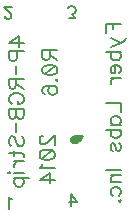
<source format=gbo>
G04 DipTrace 2.4.0.2*
%IN4P-RGB-Strip.gbo*%
%MOMM*%
%ADD10C,0.25*%
%ADD20O,0.863X0.723*%
%ADD30C,0.196*%
%ADD31C,0.157*%
%FSLAX53Y53*%
G04*
G71*
G90*
G75*
G01*
%LNBotSilk*%
%LPD*%
G36*
X18742Y17831D2*
X18109Y17214D1*
X17762Y17698D1*
X17919Y17824D1*
X18742Y17831D1*
G37*
D20*
X18047Y17549D3*
X18626Y17834D2*
D10*
G02X18123Y17317I-586J68D01*
G01*
X18603Y17848D2*
G03X17982Y17787I-219J-970D01*
G01*
X13706Y25734D2*
D30*
X12431D1*
X13280Y26342D1*
Y25431D1*
X13098Y25039D2*
Y24491D1*
X13038Y24310D1*
X12976Y24248D1*
X12855Y24188D1*
X12673D1*
X12552Y24248D1*
X12490Y24310D1*
X12430Y24491D1*
Y25039D1*
X13706D1*
X13068Y23796D2*
Y23094D1*
X13038Y22702D2*
Y22156D1*
X12976Y21973D1*
X12915Y21911D1*
X12795Y21851D1*
X12673D1*
X12552Y21911D1*
X12490Y21973D1*
X12430Y22156D1*
Y22702D1*
X13706D1*
X13038Y22276D2*
X13706Y21851D1*
X12733Y20548D2*
X12612Y20608D1*
X12490Y20730D1*
X12430Y20851D1*
Y21094D1*
X12490Y21216D1*
X12612Y21337D1*
X12733Y21398D1*
X12915Y21459D1*
X13220D1*
X13401Y21398D1*
X13523Y21337D1*
X13644Y21216D1*
X13706Y21094D1*
Y20851D1*
X13644Y20730D1*
X13523Y20608D1*
X13401Y20548D1*
X13220D1*
Y20851D1*
X12430Y20156D2*
X13706D1*
Y19608D1*
X13644Y19426D1*
X13584Y19365D1*
X13463Y19305D1*
X13280D1*
X13158Y19365D1*
X13098Y19426D1*
X13038Y19608D1*
X12976Y19426D1*
X12915Y19365D1*
X12795Y19305D1*
X12673D1*
X12552Y19365D1*
X12490Y19426D1*
X12430Y19608D1*
Y20156D1*
X13038D2*
Y19608D1*
X13068Y18913D2*
Y18211D1*
X12612Y16968D2*
X12490Y17089D1*
X12430Y17271D1*
Y17514D1*
X12490Y17696D1*
X12612Y17819D1*
X12733D1*
X12855Y17757D1*
X12915Y17696D1*
X12976Y17576D1*
X13098Y17211D1*
X13158Y17089D1*
X13220Y17028D1*
X13341Y16968D1*
X13523D1*
X13644Y17089D1*
X13706Y17271D1*
Y17514D1*
X13644Y17696D1*
X13523Y17819D1*
X12430Y16393D2*
X13463D1*
X13644Y16333D1*
X13706Y16211D1*
Y16090D1*
X12855Y16576D2*
Y16150D1*
Y15698D2*
X13706D1*
X13220D2*
X13038Y15636D1*
X12915Y15515D1*
X12855Y15393D1*
Y15211D1*
X12430Y14819D2*
X12490Y14758D1*
X12430Y14696D1*
X12368Y14758D1*
X12430Y14819D1*
X12855Y14758D2*
X13706D1*
X12855Y14304D2*
X14131D1*
X13038D2*
X12917Y14182D1*
X12855Y14061D1*
Y13879D1*
X12917Y13757D1*
X13038Y13636D1*
X13220Y13574D1*
X13342D1*
X13523Y13636D1*
X13645Y13757D1*
X13706Y13879D1*
Y14061D1*
X13645Y14182D1*
X13523Y14304D1*
X20625Y26572D2*
Y27362D1*
X21901D1*
X21233D2*
Y26877D1*
X21050Y26118D2*
X21901Y25755D1*
X22144Y25875D1*
X22266Y25997D1*
X22326Y26118D1*
Y26180D1*
X21050Y25390D2*
X21901Y25755D1*
X20625Y24997D2*
X21901D1*
X21233D2*
X21110Y24875D1*
X21050Y24754D1*
Y24572D1*
X21110Y24451D1*
X21233Y24329D1*
X21415Y24269D1*
X21536D1*
X21718Y24329D1*
X21839Y24451D1*
X21901Y24572D1*
Y24754D1*
X21839Y24875D1*
X21718Y24997D1*
X21415Y23877D2*
Y23148D1*
X21293D1*
X21171Y23208D1*
X21110Y23269D1*
X21050Y23391D1*
Y23573D1*
X21110Y23694D1*
X21233Y23816D1*
X21415Y23877D1*
X21536D1*
X21718Y23816D1*
X21839Y23694D1*
X21901Y23573D1*
Y23391D1*
X21839Y23269D1*
X21718Y23148D1*
X21050Y22756D2*
X21901D1*
X21415D2*
X21233Y22694D1*
X21110Y22573D1*
X21050Y22451D1*
Y22269D1*
X20625Y20642D2*
X21901D1*
Y19913D1*
X21050Y18793D2*
X21901D1*
X21233D2*
X21110Y18913D1*
X21050Y19036D1*
Y19217D1*
X21110Y19339D1*
X21233Y19460D1*
X21415Y19521D1*
X21536D1*
X21718Y19460D1*
X21839Y19339D1*
X21901Y19217D1*
Y19036D1*
X21839Y18913D1*
X21718Y18793D1*
X20625Y18401D2*
X21901D1*
X21233D2*
X21110Y18278D1*
X21050Y18158D1*
Y17975D1*
X21110Y17854D1*
X21233Y17732D1*
X21415Y17672D1*
X21536D1*
X21718Y17732D1*
X21839Y17854D1*
X21901Y17975D1*
Y18158D1*
X21839Y18278D1*
X21718Y18401D1*
X21233Y16612D2*
X21110Y16672D1*
X21050Y16854D1*
Y17037D1*
X21110Y17219D1*
X21233Y17280D1*
X21353Y17219D1*
X21415Y17097D1*
X21475Y16794D1*
X21536Y16672D1*
X21658Y16612D1*
X21718D1*
X21839Y16672D1*
X21901Y16854D1*
Y17037D1*
X21839Y17219D1*
X21718Y17280D1*
X20625Y14985D2*
X21901D1*
X21050Y14593D2*
X21901D1*
X21293D2*
X21110Y14410D1*
X21050Y14288D1*
Y14107D1*
X21110Y13985D1*
X21293Y13925D1*
X21901D1*
X21233Y12802D2*
X21110Y12925D1*
X21050Y13047D1*
Y13228D1*
X21110Y13350D1*
X21233Y13471D1*
X21415Y13532D1*
X21536D1*
X21718Y13471D1*
X21839Y13350D1*
X21901Y13228D1*
Y13047D1*
X21839Y12925D1*
X21718Y12802D1*
X21779Y12350D2*
X21840Y12410D1*
X21901Y12350D1*
X21840Y12288D1*
X21779Y12350D1*
X15872Y25126D2*
Y24580D1*
X15810Y24397D1*
X15750Y24336D1*
X15629Y24275D1*
X15507D1*
X15386Y24336D1*
X15324Y24397D1*
X15264Y24580D1*
Y25126D1*
X16540D1*
X15872Y24701D2*
X16540Y24275D1*
X15265Y23518D2*
X15326Y23701D1*
X15508Y23823D1*
X15811Y23883D1*
X15994D1*
X16297Y23823D1*
X16480Y23701D1*
X16540Y23518D1*
Y23397D1*
X16480Y23215D1*
X16297Y23094D1*
X15994Y23032D1*
X15811D1*
X15508Y23094D1*
X15326Y23215D1*
X15265Y23397D1*
Y23518D1*
X15508Y23094D2*
X16297Y23823D1*
X16418Y22580D2*
X16480Y22640D1*
X16540Y22580D1*
X16480Y22518D1*
X16418Y22580D1*
X15446Y21397D2*
X15326Y21458D1*
X15265Y21640D1*
Y21761D1*
X15326Y21943D1*
X15508Y22066D1*
X15811Y22126D1*
X16115D1*
X16357Y22066D1*
X16480Y21943D1*
X16540Y21761D1*
Y21701D1*
X16480Y21519D1*
X16357Y21397D1*
X16175Y21337D1*
X16115D1*
X15932Y21397D1*
X15811Y21519D1*
X15751Y21701D1*
Y21761D1*
X15811Y21943D1*
X15932Y22066D1*
X16115Y22126D1*
X15333Y17872D2*
X15273D1*
X15151Y17812D1*
X15090Y17751D1*
X15030Y17629D1*
Y17386D1*
X15090Y17266D1*
X15151Y17205D1*
X15273Y17143D1*
X15394D1*
X15516Y17205D1*
X15697Y17326D1*
X16305Y17934D1*
Y17083D1*
X15030Y16326D2*
X15090Y16508D1*
X15273Y16631D1*
X15576Y16691D1*
X15759D1*
X16062Y16631D1*
X16244Y16508D1*
X16305Y16326D1*
Y16205D1*
X16244Y16023D1*
X16062Y15902D1*
X15759Y15840D1*
X15576D1*
X15273Y15902D1*
X15090Y16023D1*
X15030Y16205D1*
Y16326D1*
X15273Y15902D2*
X16062Y16631D1*
X15273Y15448D2*
X15211Y15326D1*
X15030Y15143D1*
X16305D1*
Y14143D2*
X15030D1*
X15879Y14751D1*
Y13840D1*
X17726Y11891D2*
D31*
Y12911D1*
X18212Y12232D1*
X17483D1*
X12660Y12504D2*
X12562Y12553D1*
X12416Y12698D1*
Y11678D1*
X12066Y27998D2*
Y27950D1*
X12114Y27852D1*
X12162Y27804D1*
X12260Y27755D1*
X12454D1*
X12551Y27804D1*
X12599Y27852D1*
X12648Y27950D1*
Y28046D1*
X12599Y28144D1*
X12502Y28289D1*
X12016Y28775D1*
X12697D1*
X17501Y27836D2*
X18035D1*
X17744Y28224D1*
X17890D1*
X17986Y28273D1*
X18035Y28321D1*
X18084Y28467D1*
Y28563D1*
X18035Y28709D1*
X17938Y28807D1*
X17792Y28855D1*
X17646D1*
X17501Y28807D1*
X17453Y28758D1*
X17404Y28661D1*
M02*

</source>
